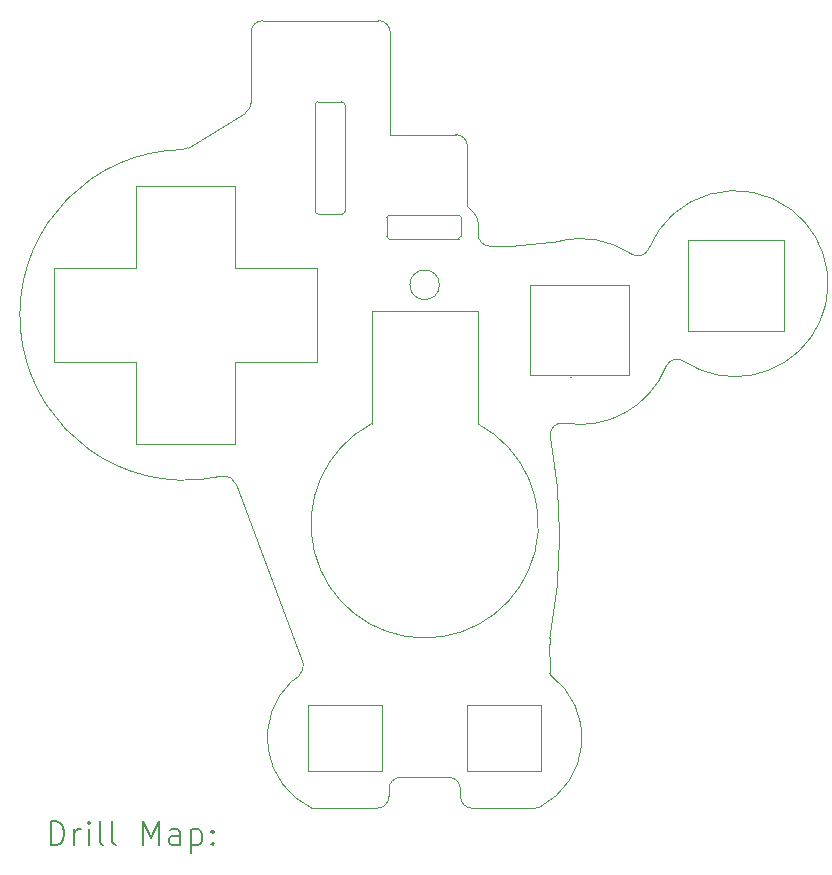
<source format=gbr>
%TF.GenerationSoftware,KiCad,Pcbnew,8.0.2*%
%TF.CreationDate,2024-11-22T12:12:39-08:00*%
%TF.ProjectId,retroglow_sp,72657472-6f67-46c6-9f77-5f73702e6b69,rev?*%
%TF.SameCoordinates,Original*%
%TF.FileFunction,Drillmap*%
%TF.FilePolarity,Positive*%
%FSLAX45Y45*%
G04 Gerber Fmt 4.5, Leading zero omitted, Abs format (unit mm)*
G04 Created by KiCad (PCBNEW 8.0.2) date 2024-11-22 12:12:39*
%MOMM*%
%LPD*%
G01*
G04 APERTURE LIST*
%ADD10C,0.010000*%
%ADD11C,0.010050*%
%ADD12C,0.200000*%
G04 APERTURE END LIST*
D10*
X25382393Y-15031524D02*
G75*
G02*
X25292155Y-16146186I-394643J-529035D01*
G01*
X26044748Y-12490578D02*
X25204748Y-12490578D01*
X25204748Y-12490578D02*
X25204748Y-11725578D01*
X23637748Y-11100578D02*
G75*
G02*
X23612748Y-11125570I-24996J4D01*
G01*
X24765249Y-12902252D02*
G75*
G02*
X23865248Y-12902252I-450000J-850827D01*
G01*
X23327748Y-15840578D02*
X23327748Y-15280578D01*
X23992748Y-11315578D02*
X23992748Y-11155578D01*
X23865248Y-12902252D02*
X23865248Y-11946262D01*
X24602748Y-11335578D02*
X24012748Y-11335578D01*
X26044748Y-11725578D02*
X26044748Y-12490578D01*
X24717748Y-16157457D02*
G75*
G02*
X24617749Y-16057457I4J100003D01*
G01*
X24740612Y-11129304D02*
X24677544Y-11061362D01*
X22712748Y-13075578D02*
X21872749Y-13075578D01*
X26542748Y-11347578D02*
X27357748Y-11347578D01*
X23402748Y-12375578D02*
X22712748Y-12375578D01*
X23637748Y-10200578D02*
X23637748Y-11100578D01*
X24577558Y-10453725D02*
X24023263Y-10453725D01*
X25375369Y-14719828D02*
G75*
G02*
X25377034Y-14705920I99964J-4916D01*
G01*
X24867318Y-11397781D02*
G75*
G02*
X24767322Y-11296588I4J100007D01*
G01*
X26212330Y-11421238D02*
G75*
G02*
X26065365Y-11464538I-91648J40004D01*
G01*
X22714324Y-13408145D02*
X23267205Y-14886754D01*
X24677544Y-11061362D02*
X24677544Y-10552527D01*
X23372748Y-16157457D02*
G75*
G02*
X23359113Y-16156523I4J99993D01*
G01*
X22602431Y-13344845D02*
G75*
G02*
X22234567Y-13379568I-314349J1364280D01*
G01*
X23957748Y-15840578D02*
X23327748Y-15840578D01*
X24577558Y-10453725D02*
G75*
G02*
X24677544Y-10552527I-6J-99999D01*
G01*
X23412748Y-11125578D02*
G75*
G02*
X23387748Y-11100578I4J25004D01*
G01*
X24622748Y-11155578D02*
X24622748Y-11315578D01*
X21172749Y-11585578D02*
X21872749Y-11585578D01*
X22844968Y-9588428D02*
G75*
G02*
X22944968Y-9488430I100004J-6D01*
G01*
X24672748Y-15840578D02*
X24672748Y-15280578D01*
X23992748Y-11155578D02*
G75*
G02*
X24012748Y-11135570I20004J4D01*
G01*
X23923268Y-9488432D02*
X22944968Y-9488432D01*
D11*
X25554751Y-12510578D02*
G75*
G02*
X25553746Y-12510578I-503J0D01*
G01*
X25553746Y-12510578D02*
G75*
G02*
X25554751Y-12510578I503J0D01*
G01*
D10*
X24767323Y-11296588D02*
X24767320Y-11197338D01*
X24617748Y-15995688D02*
X24617748Y-16057457D01*
X27357748Y-12112578D02*
X26542748Y-12112578D01*
X26360166Y-12415031D02*
G75*
G02*
X26507129Y-12371737I91646J-40013D01*
G01*
X22602431Y-13344845D02*
G75*
G02*
X22714331Y-13408143I18231J-98330D01*
G01*
X25464182Y-11350679D02*
X25042150Y-11397781D01*
X24602748Y-11135578D02*
G75*
G02*
X24622748Y-11155578I4J-19996D01*
G01*
X21872749Y-13075578D02*
X21872749Y-12375578D01*
X27357748Y-11347578D02*
X27357748Y-12112578D01*
X22234567Y-13379569D02*
G75*
G02*
X22257970Y-10580894I53181J1398990D01*
G01*
X23252942Y-15029001D02*
X23196556Y-15074253D01*
X21872749Y-12375578D02*
X21172749Y-12375578D01*
X24012748Y-16057458D02*
X24012748Y-15994688D01*
X23923268Y-9488432D02*
G75*
G02*
X24023264Y-9587829I4J-99993D01*
G01*
X24023263Y-10453725D02*
X24023263Y-9587829D01*
X24440248Y-11725860D02*
G75*
G02*
X24190248Y-11725860I-125000J0D01*
G01*
X24190248Y-11725860D02*
G75*
G02*
X24440248Y-11725860I125000J0D01*
G01*
X23612748Y-11125578D02*
X23412748Y-11125578D01*
X24740612Y-11129304D02*
G75*
G02*
X24767316Y-11197338I-73279J-68021D01*
G01*
X25375248Y-15016203D02*
X25375248Y-14929835D01*
X24012748Y-11135578D02*
X24602748Y-11135578D01*
X25292155Y-16146185D02*
G75*
G02*
X25246028Y-16157454I-46122J88751D01*
G01*
X21872749Y-11585578D02*
X21872749Y-10885578D01*
X23267205Y-14886754D02*
X23286790Y-14939132D01*
X25380131Y-13012798D02*
G75*
G02*
X25377034Y-14705920I-4465159J-838396D01*
G01*
X22712748Y-10885578D02*
X22712748Y-11585578D01*
X24012748Y-11335578D02*
G75*
G02*
X23992748Y-11315578I4J20004D01*
G01*
X25302748Y-15280578D02*
X25302748Y-15840578D01*
X25380131Y-13012798D02*
G75*
G02*
X25495589Y-12896567I98421J17694D01*
G01*
X26542748Y-12112578D02*
X26542748Y-11347578D01*
X25042150Y-11397781D02*
X24867318Y-11397781D01*
X26212330Y-11421238D02*
G75*
G02*
X27418202Y-11087923I730393J-294456D01*
G01*
X21872749Y-10885578D02*
X22712748Y-10885578D01*
X23372748Y-16157457D02*
X23913148Y-16157457D01*
X24622748Y-11315578D02*
G75*
G02*
X24602748Y-11335570I-19996J4D01*
G01*
X23286791Y-14939132D02*
G75*
G02*
X23252939Y-15028997I-92849J-16332D01*
G01*
X22712748Y-12375578D02*
X22712748Y-13075578D01*
X25382393Y-15031524D02*
G75*
G02*
X25375251Y-15016203I12840J15310D01*
G01*
X23387748Y-11100578D02*
X23387748Y-10200578D01*
X24765248Y-11946262D02*
X24765249Y-12902252D01*
X22844968Y-10184963D02*
G75*
G02*
X22796261Y-10270817I-100016J-1D01*
G01*
X24012748Y-16057458D02*
G75*
G02*
X23913148Y-16157450I-99996J4D01*
G01*
X22796261Y-10270817D02*
X22307600Y-10566481D01*
X25375248Y-14929835D02*
X25371982Y-14813828D01*
X22844968Y-9588428D02*
X22844968Y-10184963D01*
X23402748Y-11585578D02*
X23402748Y-12375578D01*
X24112748Y-15894693D02*
X24517738Y-15894693D01*
X27418205Y-11087920D02*
G75*
G02*
X26507131Y-12371733I-475459J-627769D01*
G01*
D11*
X26868251Y-12134478D02*
G75*
G02*
X26867246Y-12134478I-503J0D01*
G01*
X26867246Y-12134478D02*
G75*
G02*
X26868251Y-12134478I503J0D01*
G01*
D10*
X22307600Y-10566481D02*
G75*
G02*
X22257970Y-10580897I-51748J85517D01*
G01*
X24672748Y-15280578D02*
X25302748Y-15280578D01*
X24012748Y-15994688D02*
G75*
G02*
X24112748Y-15894700I99994J-6D01*
G01*
X21172749Y-12375578D02*
X21172749Y-11585578D01*
X25464182Y-11350679D02*
G75*
G02*
X26065368Y-11464533I165570J-769895D01*
G01*
X22712748Y-11585578D02*
X23402748Y-11585578D01*
X25371982Y-14813828D02*
X25375369Y-14719828D01*
X23612748Y-10175578D02*
G75*
G02*
X23637748Y-10200578I4J-24996D01*
G01*
X25302748Y-15840578D02*
X24672748Y-15840578D01*
X23957748Y-15280578D02*
X23957748Y-15840578D01*
X24517738Y-15894693D02*
G75*
G02*
X24617749Y-15995688I4J-100011D01*
G01*
X23865248Y-11946262D02*
X24765248Y-11946262D01*
X25204748Y-11725578D02*
X26044748Y-11725578D01*
X23327748Y-15280578D02*
X23957748Y-15280578D01*
X23412748Y-10175578D02*
X23612748Y-10175578D01*
X23359112Y-16156523D02*
G75*
G02*
X23196553Y-15074249I283640J595949D01*
G01*
X26360166Y-12415031D02*
G75*
G02*
X25495589Y-12896567I-730394J294467D01*
G01*
X24717748Y-16157457D02*
X25246028Y-16157457D01*
X23387748Y-10200578D02*
G75*
G02*
X23412748Y-10175570I25004J4D01*
G01*
D12*
X21148025Y-16469441D02*
X21148025Y-16269441D01*
X21148025Y-16269441D02*
X21195644Y-16269441D01*
X21195644Y-16269441D02*
X21224215Y-16278965D01*
X21224215Y-16278965D02*
X21243263Y-16298013D01*
X21243263Y-16298013D02*
X21252786Y-16317060D01*
X21252786Y-16317060D02*
X21262310Y-16355155D01*
X21262310Y-16355155D02*
X21262310Y-16383727D01*
X21262310Y-16383727D02*
X21252786Y-16421822D01*
X21252786Y-16421822D02*
X21243263Y-16440870D01*
X21243263Y-16440870D02*
X21224215Y-16459917D01*
X21224215Y-16459917D02*
X21195644Y-16469441D01*
X21195644Y-16469441D02*
X21148025Y-16469441D01*
X21348025Y-16469441D02*
X21348025Y-16336108D01*
X21348025Y-16374203D02*
X21357548Y-16355155D01*
X21357548Y-16355155D02*
X21367072Y-16345632D01*
X21367072Y-16345632D02*
X21386120Y-16336108D01*
X21386120Y-16336108D02*
X21405167Y-16336108D01*
X21471834Y-16469441D02*
X21471834Y-16336108D01*
X21471834Y-16269441D02*
X21462310Y-16278965D01*
X21462310Y-16278965D02*
X21471834Y-16288489D01*
X21471834Y-16288489D02*
X21481358Y-16278965D01*
X21481358Y-16278965D02*
X21471834Y-16269441D01*
X21471834Y-16269441D02*
X21471834Y-16288489D01*
X21595644Y-16469441D02*
X21576596Y-16459917D01*
X21576596Y-16459917D02*
X21567072Y-16440870D01*
X21567072Y-16440870D02*
X21567072Y-16269441D01*
X21700405Y-16469441D02*
X21681358Y-16459917D01*
X21681358Y-16459917D02*
X21671834Y-16440870D01*
X21671834Y-16440870D02*
X21671834Y-16269441D01*
X21928977Y-16469441D02*
X21928977Y-16269441D01*
X21928977Y-16269441D02*
X21995644Y-16412298D01*
X21995644Y-16412298D02*
X22062310Y-16269441D01*
X22062310Y-16269441D02*
X22062310Y-16469441D01*
X22243263Y-16469441D02*
X22243263Y-16364679D01*
X22243263Y-16364679D02*
X22233739Y-16345632D01*
X22233739Y-16345632D02*
X22214691Y-16336108D01*
X22214691Y-16336108D02*
X22176596Y-16336108D01*
X22176596Y-16336108D02*
X22157548Y-16345632D01*
X22243263Y-16459917D02*
X22224215Y-16469441D01*
X22224215Y-16469441D02*
X22176596Y-16469441D01*
X22176596Y-16469441D02*
X22157548Y-16459917D01*
X22157548Y-16459917D02*
X22148025Y-16440870D01*
X22148025Y-16440870D02*
X22148025Y-16421822D01*
X22148025Y-16421822D02*
X22157548Y-16402775D01*
X22157548Y-16402775D02*
X22176596Y-16393251D01*
X22176596Y-16393251D02*
X22224215Y-16393251D01*
X22224215Y-16393251D02*
X22243263Y-16383727D01*
X22338501Y-16336108D02*
X22338501Y-16536108D01*
X22338501Y-16345632D02*
X22357548Y-16336108D01*
X22357548Y-16336108D02*
X22395644Y-16336108D01*
X22395644Y-16336108D02*
X22414691Y-16345632D01*
X22414691Y-16345632D02*
X22424215Y-16355155D01*
X22424215Y-16355155D02*
X22433739Y-16374203D01*
X22433739Y-16374203D02*
X22433739Y-16431346D01*
X22433739Y-16431346D02*
X22424215Y-16450394D01*
X22424215Y-16450394D02*
X22414691Y-16459917D01*
X22414691Y-16459917D02*
X22395644Y-16469441D01*
X22395644Y-16469441D02*
X22357548Y-16469441D01*
X22357548Y-16469441D02*
X22338501Y-16459917D01*
X22519453Y-16450394D02*
X22528977Y-16459917D01*
X22528977Y-16459917D02*
X22519453Y-16469441D01*
X22519453Y-16469441D02*
X22509929Y-16459917D01*
X22509929Y-16459917D02*
X22519453Y-16450394D01*
X22519453Y-16450394D02*
X22519453Y-16469441D01*
X22519453Y-16345632D02*
X22528977Y-16355155D01*
X22528977Y-16355155D02*
X22519453Y-16364679D01*
X22519453Y-16364679D02*
X22509929Y-16355155D01*
X22509929Y-16355155D02*
X22519453Y-16345632D01*
X22519453Y-16345632D02*
X22519453Y-16364679D01*
M02*

</source>
